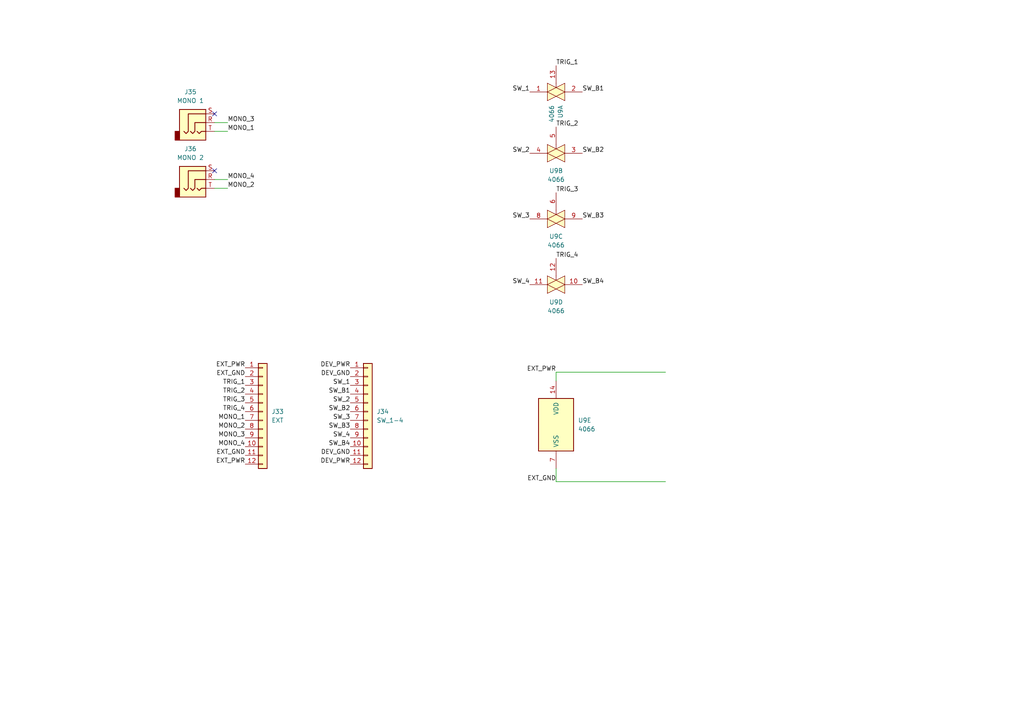
<source format=kicad_sch>
(kicad_sch (version 20231120) (generator "eeschema") (generator_version "8.0")
  (paper "A4")
  (title_block (title "Audio Thing Template") (rev "1.0") (company "velvia-fifty") (comment 1 "https://github.com/velvia-fifty/AudioThings") (comment 2 "You should have changed this already :)") (comment 4 "Stay humble"))
  (lib_symbols
    (symbol "4xxx:4066" (pin_names (offset 1.016))
      (property "Reference" "U" (at -7.62 8.89 0))
      (property "Value" "4066" (at -7.62 -8.89 0))
      (symbol "4066_1_0"
        (polyline (pts (xy 0 1.27) (xy 0 2.54)) (stroke (width 0.1524)))
        (polyline (pts (xy -2.54 0) (xy 2.54 2.54) (xy 2.54 -2.54) (xy -2.54 0)) (fill (type background)))
        (polyline (pts (xy -2.54 2.54) (xy 2.54 0) (xy -2.54 -2.54) (xy -2.54 2.54)) (fill (type background)))
        (pin passive line (at -7.62 0 0) (length 5.08) (name "~") (number "1"))
        (pin input line (at 0 7.62 270) (length 5.08) (name "~") (number "13"))
        (pin passive line (at 7.62 0 180) (length 5.08) (name "~") (number "2"))
      )
      (symbol "4066_2_0"
        (polyline (pts (xy 0 1.27) (xy 0 2.54)) (stroke (width 0.1524)))
        (polyline (pts (xy -2.54 0) (xy 2.54 2.54) (xy 2.54 -2.54) (xy -2.54 0)) (fill (type background)))
        (polyline (pts (xy -2.54 2.54) (xy 2.54 0) (xy -2.54 -2.54) (xy -2.54 2.54)) (fill (type background)))
        (pin passive line (at 7.62 0 180) (length 5.08) (name "~") (number "3"))
        (pin passive line (at -7.62 0 0) (length 5.08) (name "~") (number "4"))
        (pin input line (at 0 7.62 270) (length 5.08) (name "~") (number "5"))
      )
      (symbol "4066_3_0"
        (polyline (pts (xy 0 1.27) (xy 0 2.54)) (stroke (width 0.1524)))
        (polyline (pts (xy -2.54 0) (xy 2.54 2.54) (xy 2.54 -2.54) (xy -2.54 0)) (fill (type background)))
        (polyline (pts (xy -2.54 2.54) (xy 2.54 0) (xy -2.54 -2.54) (xy -2.54 2.54)) (fill (type background)))
        (pin input line (at 0 7.62 270) (length 5.08) (name "~") (number "6"))
        (pin passive line (at -7.62 0 0) (length 5.08) (name "~") (number "8"))
        (pin passive line (at 7.62 0 180) (length 5.08) (name "~") (number "9"))
      )
      (symbol "4066_4_0"
        (polyline (pts (xy 0 1.27) (xy 0 2.54)) (stroke (width 0.1524)))
        (polyline (pts (xy -2.54 0) (xy 2.54 2.54) (xy 2.54 -2.54) (xy -2.54 0)) (fill (type background)))
        (polyline (pts (xy -2.54 2.54) (xy 2.54 0) (xy -2.54 -2.54) (xy -2.54 2.54)) (fill (type background)))
        (pin passive line (at 7.62 0 180) (length 5.08) (name "~") (number "10"))
        (pin passive line (at -7.62 0 0) (length 5.08) (name "~") (number "11"))
        (pin input line (at 0 7.62 270) (length 5.08) (name "~") (number "12"))
      )
      (symbol "4066_5_0"
        (pin power_in line (at 0 12.7 270) (length 5.08) (name "VDD") (number "14"))
        (pin power_in line (at 0 -12.7 90) (length 5.08) (name "VSS") (number "7"))
      )
      (symbol "4066_5_1"
        (rectangle (start -5.08 7.62) (end 5.08 -7.62) (stroke (width 0.254)) (fill (type background)))
      )
    )
    (symbol "Connector_Audio:AudioJack3"
      (property "Reference" "J" (at 0 8.89 0))
      (property "Value" "AudioJack3" (at 0 6.35 0))
      (symbol "AudioJack3_0_1"
        (rectangle (start -5.08 -5.08) (end -6.35 -2.54) (stroke (width 0.254)) (fill (type outline)))
        (polyline (pts (xy 0 -2.54) (xy 0.635 -3.175) (xy 1.27 -2.54) (xy 2.54 -2.54)) (stroke (width 0.254)))
        (polyline (pts (xy -1.905 -2.54) (xy -1.27 -3.175) (xy -0.635 -2.54) (xy -0.635 0) (xy 2.54 0)) (stroke (width 0.254)))
        (polyline (pts (xy 2.54 2.54) (xy -2.54 2.54) (xy -2.54 -2.54) (xy -3.175 -3.175) (xy -3.81 -2.54)) (stroke (width 0.254)))
        (rectangle (start 2.54 3.81) (end -5.08 -5.08) (stroke (width 0.254)) (fill (type background)))
      )
      (symbol "AudioJack3_1_1"
        (pin passive line (at 5.08 0 180) (length 2.54) (name "~") (number "R"))
        (pin passive line (at 5.08 2.54 180) (length 2.54) (name "~") (number "S"))
        (pin passive line (at 5.08 -2.54 180) (length 2.54) (name "~") (number "T"))
      )
    )
    (symbol "Connector_Generic:Conn_01x12" (pin_names (offset 1.016) hide)
      (property "Reference" "J" (at 0 15.24 0))
      (property "Value" "Conn_01x12" (at 0 -17.78 0))
      (symbol "Conn_01x12_1_1"
        (rectangle (start -1.27 -15.113) (end 0 -15.367) (stroke (width 0.1524)))
        (rectangle (start -1.27 -12.573) (end 0 -12.827) (stroke (width 0.1524)))
        (rectangle (start -1.27 -10.033) (end 0 -10.287) (stroke (width 0.1524)))
        (rectangle (start -1.27 -7.493) (end 0 -7.747) (stroke (width 0.1524)))
        (rectangle (start -1.27 -4.953) (end 0 -5.207) (stroke (width 0.1524)))
        (rectangle (start -1.27 -2.413) (end 0 -2.667) (stroke (width 0.1524)))
        (rectangle (start -1.27 0.127) (end 0 -0.127) (stroke (width 0.1524)))
        (rectangle (start -1.27 2.667) (end 0 2.413) (stroke (width 0.1524)))
        (rectangle (start -1.27 5.207) (end 0 4.953) (stroke (width 0.1524)))
        (rectangle (start -1.27 7.747) (end 0 7.493) (stroke (width 0.1524)))
        (rectangle (start -1.27 10.287) (end 0 10.033) (stroke (width 0.1524)))
        (rectangle (start -1.27 12.827) (end 0 12.573) (stroke (width 0.1524)))
        (rectangle (start -1.27 13.97) (end 1.27 -16.51) (stroke (width 0.254)) (fill (type background)))
        (pin passive line (at -5.08 12.7 0) (length 3.81) (name "Pin_1") (number "1"))
        (pin passive line (at -5.08 -10.16 0) (length 3.81) (name "Pin_10") (number "10"))
        (pin passive line (at -5.08 -12.7 0) (length 3.81) (name "Pin_11") (number "11"))
        (pin passive line (at -5.08 -15.24 0) (length 3.81) (name "Pin_12") (number "12"))
        (pin passive line (at -5.08 10.16 0) (length 3.81) (name "Pin_2") (number "2"))
        (pin passive line (at -5.08 7.62 0) (length 3.81) (name "Pin_3") (number "3"))
        (pin passive line (at -5.08 5.08 0) (length 3.81) (name "Pin_4") (number "4"))
        (pin passive line (at -5.08 2.54 0) (length 3.81) (name "Pin_5") (number "5"))
        (pin passive line (at -5.08 0 0) (length 3.81) (name "Pin_6") (number "6"))
        (pin passive line (at -5.08 -2.54 0) (length 3.81) (name "Pin_7") (number "7"))
        (pin passive line (at -5.08 -5.08 0) (length 3.81) (name "Pin_8") (number "8"))
        (pin passive line (at -5.08 -7.62 0) (length 3.81) (name "Pin_9") (number "9"))
      )
    )
  )
  (no_connect (at 62.23 33.02))
  (no_connect (at 62.23 49.53))
  (wire (pts (xy 161.29 139.7) (xy 161.29 135.89)))
  (wire (pts (xy 161.29 139.7) (xy 193.04 139.7)))
  (wire (pts (xy 66.04 54.61) (xy 62.23 54.61)))
  (wire (pts (xy 66.04 38.1) (xy 62.23 38.1)))
  (wire (pts (xy 66.04 52.07) (xy 62.23 52.07)))
  (wire (pts (xy 161.29 107.95) (xy 161.29 110.49)))
  (wire (pts (xy 161.29 107.95) (xy 193.04 107.95)))
  (wire (pts (xy 66.04 35.56) (xy 62.23 35.56)))
  (label "TRIG_1" (at 161.29 19.05 0))
  (label "MONO_4" (at 71.12 129.54 180))
  (label "SW_1" (at 153.67 26.67 180))
  (label "SW_B4" (at 168.91 82.55 0))
  (label "EXT_GND" (at 71.12 109.22 180))
  (label "EXT_PWR" (at 161.29 107.95 180))
  (label "DEV_GND" (at 101.6 132.08 180))
  (label "EXT_GND" (at 71.12 132.08 180))
  (label "EXT_PWR" (at 71.12 106.68 180))
  (label "EXT_GND" (at 161.29 139.7 180))
  (label "SW_3" (at 101.6 121.92 180))
  (label "TRIG_4" (at 71.12 119.38 180))
  (label "SW_2" (at 101.6 116.84 180))
  (label "SW_1" (at 101.6 111.76 180))
  (label "SW_B3" (at 168.91 63.5 0))
  (label "MONO_4" (at 66.04 52.07 0))
  (label "MONO_3" (at 66.04 35.56 0))
  (label "TRIG_4" (at 161.29 74.93 0))
  (label "SW_B1" (at 101.6 114.3 180))
  (label "TRIG_2" (at 71.12 114.3 180))
  (label "TRIG_1" (at 71.12 111.76 180))
  (label "SW_B3" (at 101.6 124.46 180))
  (label "TRIG_2" (at 161.29 36.83 0))
  (label "TRIG_3" (at 161.29 55.88 0))
  (label "SW_B2" (at 101.6 119.38 180))
  (label "SW_B4" (at 101.6 129.54 180))
  (label "MONO_1" (at 71.12 121.92 180))
  (label "TRIG_3" (at 71.12 116.84 180))
  (label "SW_4" (at 153.67 82.55 180))
  (label "SW_B1" (at 168.91 26.67 0))
  (label "MONO_1" (at 66.04 38.1 0))
  (label "DEV_PWR" (at 101.6 134.62 180))
  (label "MONO_2" (at 66.04 54.61 0))
  (label "MONO_2" (at 71.12 124.46 180))
  (label "SW_3" (at 153.67 63.5 180))
  (label "SW_4" (at 101.6 127 180))
  (label "SW_2" (at 153.67 44.45 180))
  (label "MONO_3" (at 71.12 127 180))
  (label "DEV_GND" (at 101.6 109.22 180))
  (label "DEV_PWR" (at 101.6 106.68 180))
  (label "EXT_PWR" (at 71.12 134.62 180))
  (label "SW_B2" (at 168.91 44.45 0))
  (symbol (lib_id "Connector_Generic:Conn_01x12") (at 76.2 119.38 0) (unit 1)
    (property "Reference" "J33" (at 78.74 119.3799 0) (effects (justify left)))
    (property "Value" "EXT" (at 78.74 121.9199 0) (effects (justify left)))
    (property "Footprint" "AT-Footprints:JST_SHL 12pin w pads" (effects (hide yes)))
    (property "Description" "Generic connector, single row, 01x12, script generated (kicad-library-utils/schlib/autogen/connector/)" (effects (hide yes)))
  )
  (symbol (lib_id "Connector_Audio:AudioJack3") (at 57.15 52.07 0) (unit 1)
    (property "Reference" "J36" (at 55.245 43.18 0))
    (property "Value" "MONO 2" (at 55.245 45.72 0))
    (property "Footprint" "AT-Footprints:SJ3-3505" (effects (hide yes)))
    (property "Description" "Audio Jack, 3 Poles (Stereo / TRS)" (effects (hide yes)))
  )
  (symbol (lib_id "4xxx:4066") (at 161.29 26.67 0) (unit 1)
    (property "Reference" "U9" (at 162.5601 30.48 90) (effects (justify right)))
    (property "Value" "4066" (at 160.0201 30.48 90) (effects (justify right)))
    (property "Footprint" "Package_DFN_QFN:DHVQFN-14-1EP_2.5x3mm_P0.5mm_EP1x1.5mm" (effects (hide yes)))
    (property "Datasheet" "http://www.ti.com/lit/ds/symlink/cd4066b.pdf" (effects (hide yes)))
    (property "Description" "Quad Analog Switches" (effects (hide yes)))
  )
  (symbol (lib_id "4xxx:4066") (at 161.29 82.55 0) (unit 4)
    (property "Reference" "U9" (at 161.29 87.63 0))
    (property "Value" "4066" (at 161.29 90.17 0))
    (property "Footprint" "Package_DFN_QFN:DHVQFN-14-1EP_2.5x3mm_P0.5mm_EP1x1.5mm" (effects (hide yes)))
    (property "Datasheet" "http://www.ti.com/lit/ds/symlink/cd4066b.pdf" (effects (hide yes)))
    (property "Description" "Quad Analog Switches" (effects (hide yes)))
  )
  (symbol (lib_id "4xxx:4066") (at 161.29 63.5 0) (unit 3)
    (property "Reference" "U9" (at 161.29 68.58 0))
    (property "Value" "4066" (at 161.29 71.12 0))
    (property "Footprint" "Package_DFN_QFN:DHVQFN-14-1EP_2.5x3mm_P0.5mm_EP1x1.5mm" (effects (hide yes)))
    (property "Datasheet" "http://www.ti.com/lit/ds/symlink/cd4066b.pdf" (effects (hide yes)))
    (property "Description" "Quad Analog Switches" (effects (hide yes)))
  )
  (symbol (lib_id "Connector_Generic:Conn_01x12") (at 106.68 119.38 0) (unit 1)
    (property "Reference" "J34" (at 109.22 119.3799 0) (effects (justify left)))
    (property "Value" "SW_1-4" (at 109.22 121.9199 0) (effects (justify left)))
    (property "Footprint" "AT-Footprints:JST_SHL 12pin w pads" (effects (hide yes)))
    (property "Description" "Generic connector, single row, 01x12, script generated (kicad-library-utils/schlib/autogen/connector/)" (effects (hide yes)))
  )
  (symbol (lib_id "4xxx:4066") (at 161.29 44.45 0) (unit 2)
    (property "Reference" "U9" (at 161.29 49.53 0))
    (property "Value" "4066" (at 161.29 52.07 0))
    (property "Footprint" "Package_DFN_QFN:DHVQFN-14-1EP_2.5x3mm_P0.5mm_EP1x1.5mm" (effects (hide yes)))
    (property "Datasheet" "http://www.ti.com/lit/ds/symlink/cd4066b.pdf" (effects (hide yes)))
    (property "Description" "Quad Analog Switches" (effects (hide yes)))
  )
  (symbol (lib_id "4xxx:4066") (at 161.29 123.19 0) (unit 5)
    (property "Reference" "U9" (at 167.64 121.9199 0) (effects (justify left)))
    (property "Value" "4066" (at 167.64 124.4599 0) (effects (justify left)))
    (property "Footprint" "Package_DFN_QFN:DHVQFN-14-1EP_2.5x3mm_P0.5mm_EP1x1.5mm" (effects (hide yes)))
    (property "Datasheet" "http://www.ti.com/lit/ds/symlink/cd4066b.pdf" (effects (hide yes)))
    (property "Description" "Quad Analog Switches" (effects (hide yes)))
  )
  (symbol (lib_id "Connector_Audio:AudioJack3") (at 57.15 35.56 0) (unit 1)
    (property "Reference" "J35" (at 55.245 26.67 0))
    (property "Value" "MONO 1" (at 55.245 29.21 0))
    (property "Footprint" "AT-Footprints:SJ3-3505" (effects (hide yes)))
    (property "Description" "Audio Jack, 3 Poles (Stereo / TRS)" (effects (hide yes)))
  )
)
</source>
